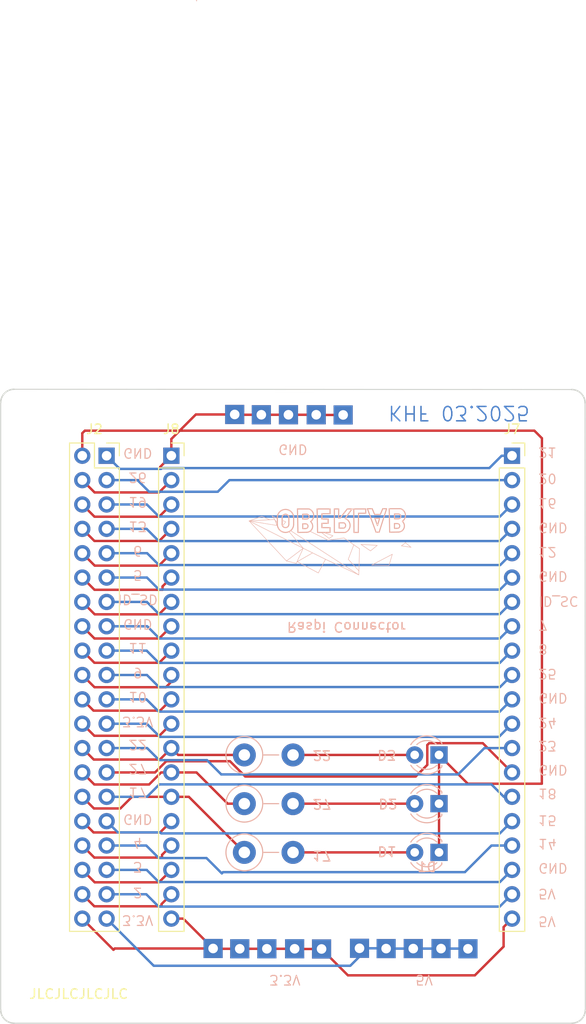
<source format=kicad_pcb>
(kicad_pcb (version 20221018) (generator pcbnew)
  (layers (0 "F.Cu" signal) (31 "B.Cu" signal) (34 "B.Paste" user) (35 "F.Paste" user) (36 "B.SilkS" user "B.Silkscreen") (37 "F.SilkS" user "F.Silkscreen") (38 "B.Mask" user) (39 "F.Mask" user) (44 "Edge.Cuts" user))
  (net 0 "")
  (net 1 "Net-(J2-Pin_1)")
  (net 2 "Net-(J2-Pin_3)")
  (net 3 "Net-(J2-Pin_5)")
  (net 4 "Net-(J2-Pin_7)")
  (net 5 "Net-(J2-Pin_9)")
  (net 6 "Net-(J2-Pin_11)")
  (net 7 "Net-(J2-Pin_13)")
  (net 8 "Net-(J2-Pin_15)")
  (net 9 "Net-(J2-Pin_17)")
  (net 10 "Net-(J2-Pin_19)")
  (net 11 "Net-(J2-Pin_21)")
  (net 12 "Net-(J2-Pin_23)")
  (net 13 "Net-(J2-Pin_25)")
  (net 14 "Net-(J2-Pin_27)")
  (net 15 "Net-(J2-Pin_29)")
  (net 16 "Net-(J2-Pin_31)")
  (net 17 "Net-(J2-Pin_33)")
  (net 18 "Net-(J2-Pin_35)")
  (net 19 "Net-(J2-Pin_37)")
  (net 20 "Net-(J2-Pin_4)")
  (net 21 "Net-(J2-Pin_6)")
  (net 22 "Net-(J2-Pin_8)")
  (net 23 "Net-(J2-Pin_10)")
  (net 24 "Net-(J2-Pin_12)")
  (net 25 "Net-(J2-Pin_14)")
  (net 26 "Net-(J2-Pin_16)")
  (net 27 "Net-(J2-Pin_18)")
  (net 28 "Net-(J2-Pin_20)")
  (net 29 "Net-(J2-Pin_22)")
  (net 30 "Net-(J2-Pin_24)")
  (net 31 "Net-(J2-Pin_26)")
  (net 32 "Net-(J2-Pin_28)")
  (net 33 "Net-(J2-Pin_30)")
  (net 34 "Net-(J2-Pin_32)")
  (net 35 "Net-(J2-Pin_34)")
  (net 36 "Net-(J2-Pin_36)")
  (net 37 "Net-(J2-Pin_38)")
  (net 38 "Net-(J2-Pin_40)")
  (net 39 "Net-(J2-Pin_39)")
  (net 40 "Net-(D1-K)")
  (net 41 "Net-(D1-A)")
  (net 42 "Net-(D2-A)")
  (net 43 "Net-(D3-A)")
  (footprint "Connector_PinSocket_2.54mm:PinSocket_1x20_P2.54mm_Vertical" (layer "F.Cu") (at 132.842 78.279)
    (fp_text reference "J8" (at 0 -2.77) (layer "F.SilkS"))
    (fp_text value "Conn_01x20" hide)
    (pad "1" thru_hole rect (at 0 0) (size 1.7 1.7) (drill 1) (layers "*.Cu" "*.Mask") (net 40 "Net-(D1-K)"))
    (pad "2" thru_hole oval (at 0 2.54) (size 1.7 1.7) (drill 1) (layers "*.Cu" "*.Mask") (net 20 "Net-(J2-Pin_4)"))
    (pad "3" thru_hole oval (at 0 5.08) (size 1.7 1.7) (drill 1) (layers "*.Cu" "*.Mask") (net 21 "Net-(J2-Pin_6)"))
    (pad "4" thru_hole oval (at 0 7.62) (size 1.7 1.7) (drill 1) (layers "*.Cu" "*.Mask") (net 22 "Net-(J2-Pin_8)"))
    (pad "5" thru_hole oval (at 0 10.16) (size 1.7 1.7) (drill 1) (layers "*.Cu" "*.Mask") (net 23 "Net-(J2-Pin_10)"))
    (pad "6" thru_hole oval (at 0 12.7) (size 1.7 1.7) (drill 1) (layers "*.Cu" "*.Mask") (net 24 "Net-(J2-Pin_12)"))
    (pad "7" thru_hole oval (at 0 15.24) (size 1.7 1.7) (drill 1) (layers "*.Cu" "*.Mask") (net 25 "Net-(J2-Pin_14)"))
    (pad "8" thru_hole oval (at 0 17.78) (size 1.7 1.7) (drill 1) (layers "*.Cu" "*.Mask") (net 26 "Net-(J2-Pin_16)"))
    (pad "9" thru_hole oval (at 0 20.32) (size 1.7 1.7) (drill 1) (layers "*.Cu" "*.Mask") (net 27 "Net-(J2-Pin_18)"))
    (pad "10" thru_hole oval (at 0 22.86) (size 1.7 1.7) (drill 1) (layers "*.Cu" "*.Mask") (net 28 "Net-(J2-Pin_20)"))
    (pad "11" thru_hole oval (at 0 25.4) (size 1.7 1.7) (drill 1) (layers "*.Cu" "*.Mask") (net 29 "Net-(J2-Pin_22)"))
    (pad "12" thru_hole oval (at 0 27.94) (size 1.7 1.7) (drill 1) (layers "*.Cu" "*.Mask") (net 30 "Net-(J2-Pin_24)"))
    (pad "13" thru_hole oval (at 0 30.48) (size 1.7 1.7) (drill 1) (layers "*.Cu" "*.Mask") (net 31 "Net-(J2-Pin_26)"))
    (pad "14" thru_hole oval (at 0 33.02) (size 1.7 1.7) (drill 1) (layers "*.Cu" "*.Mask") (net 32 "Net-(J2-Pin_28)"))
    (pad "15" thru_hole oval (at 0 35.56) (size 1.7 1.7) (drill 1) (layers "*.Cu" "*.Mask") (net 33 "Net-(J2-Pin_30)"))
    (pad "16" thru_hole oval (at 0 38.1) (size 1.7 1.7) (drill 1) (layers "*.Cu" "*.Mask") (net 34 "Net-(J2-Pin_32)"))
    (pad "17" thru_hole oval (at 0 40.64) (size 1.7 1.7) (drill 1) (layers "*.Cu" "*.Mask") (net 35 "Net-(J2-Pin_34)"))
    (pad "18" thru_hole oval (at 0 43.18) (size 1.7 1.7) (drill 1) (layers "*.Cu" "*.Mask") (net 36 "Net-(J2-Pin_36)"))
    (pad "19" thru_hole oval (at 0 45.72) (size 1.7 1.7) (drill 1) (layers "*.Cu" "*.Mask") (net 37 "Net-(J2-Pin_38)"))
    (pad "20" thru_hole oval (at 0 48.26) (size 1.7 1.7) (drill 1) (layers "*.Cu" "*.Mask") (net 39 "Net-(J2-Pin_39)"))
  )
  (footprint "Connector_PinSocket_2.54mm:PinSocket_2x20_P2.54mm_Vertical" (layer "F.Cu") (at 126.087 78.279)
    (fp_text reference "J2" (at -1.27 -2.77) (layer "F.SilkS"))
    (fp_text value "Conn_02x20_Odd_Even_Shielded")
    (pad "1" thru_hole rect (at 0 0) (size 1.7 1.7) (drill 1) (layers "*.Cu" "*.Mask") (net 1 "Net-(J2-Pin_1)"))
    (pad "2" thru_hole oval (at -2.54 0) (size 1.7 1.7) (drill 1) (layers "*.Cu" "*.Mask") (net 40 "Net-(D1-K)"))
    (pad "3" thru_hole oval (at 0 2.54) (size 1.7 1.7) (drill 1) (layers "*.Cu" "*.Mask") (net 2 "Net-(J2-Pin_3)"))
    (pad "4" thru_hole oval (at -2.54 2.54) (size 1.7 1.7) (drill 1) (layers "*.Cu" "*.Mask") (net 20 "Net-(J2-Pin_4)"))
    (pad "5" thru_hole oval (at 0 5.08) (size 1.7 1.7) (drill 1) (layers "*.Cu" "*.Mask") (net 3 "Net-(J2-Pin_5)"))
    (pad "6" thru_hole oval (at -2.54 5.08) (size 1.7 1.7) (drill 1) (layers "*.Cu" "*.Mask") (net 21 "Net-(J2-Pin_6)"))
    (pad "7" thru_hole oval (at 0 7.62) (size 1.7 1.7) (drill 1) (layers "*.Cu" "*.Mask") (net 4 "Net-(J2-Pin_7)"))
    (pad "8" thru_hole oval (at -2.54 7.62) (size 1.7 1.7) (drill 1) (layers "*.Cu" "*.Mask") (net 22 "Net-(J2-Pin_8)"))
    (pad "9" thru_hole oval (at 0 10.16) (size 1.7 1.7) (drill 1) (layers "*.Cu" "*.Mask") (net 5 "Net-(J2-Pin_9)"))
    (pad "10" thru_hole oval (at -2.54 10.16) (size 1.7 1.7) (drill 1) (layers "*.Cu" "*.Mask") (net 23 "Net-(J2-Pin_10)"))
    (pad "11" thru_hole oval (at 0 12.7) (size 1.7 1.7) (drill 1) (layers "*.Cu" "*.Mask") (net 6 "Net-(J2-Pin_11)"))
    (pad "12" thru_hole oval (at -2.54 12.7) (size 1.7 1.7) (drill 1) (layers "*.Cu" "*.Mask") (net 24 "Net-(J2-Pin_12)"))
    (pad "13" thru_hole oval (at 0 15.24) (size 1.7 1.7) (drill 1) (layers "*.Cu" "*.Mask") (net 7 "Net-(J2-Pin_13)"))
    (pad "14" thru_hole oval (at -2.54 15.24) (size 1.7 1.7) (drill 1) (layers "*.Cu" "*.Mask") (net 25 "Net-(J2-Pin_14)"))
    (pad "15" thru_hole oval (at 0 17.78) (size 1.7 1.7) (drill 1) (layers "*.Cu" "*.Mask") (net 8 "Net-(J2-Pin_15)"))
    (pad "16" thru_hole oval (at -2.54 17.78) (size 1.7 1.7) (drill 1) (layers "*.Cu" "*.Mask") (net 26 "Net-(J2-Pin_16)"))
    (pad "17" thru_hole oval (at 0 20.32) (size 1.7 1.7) (drill 1) (layers "*.Cu" "*.Mask") (net 9 "Net-(J2-Pin_17)"))
    (pad "18" thru_hole oval (at -2.54 20.32) (size 1.7 1.7) (drill 1) (layers "*.Cu" "*.Mask") (net 27 "Net-(J2-Pin_18)"))
    (pad "19" thru_hole oval (at 0 22.86) (size 1.7 1.7) (drill 1) (layers "*.Cu" "*.Mask") (net 10 "Net-(J2-Pin_19)"))
    (pad "20" thru_hole oval (at -2.54 22.86) (size 1.7 1.7) (drill 1) (layers "*.Cu" "*.Mask") (net 28 "Net-(J2-Pin_20)"))
    (pad "21" thru_hole oval (at 0 25.4) (size 1.7 1.7) (drill 1) (layers "*.Cu" "*.Mask") (net 11 "Net-(J2-Pin_21)"))
    (pad "22" thru_hole oval (at -2.54 25.4) (size 1.7 1.7) (drill 1) (layers "*.Cu" "*.Mask") (net 29 "Net-(J2-Pin_22)"))
    (pad "23" thru_hole oval (at 0 27.94) (size 1.7 1.7) (drill 1) (layers "*.Cu" "*.Mask") (net 12 "Net-(J2-Pin_23)"))
    (pad "24" thru_hole oval (at -2.54 27.94) (size 1.7 1.7) (drill 1) (layers "*.Cu" "*.Mask") (net 30 "Net-(J2-Pin_24)"))
    (pad "25" thru_hole oval (at 0 30.48) (size 1.7 1.7) (drill 1) (layers "*.Cu" "*.Mask") (net 13 "Net-(J2-Pin_25)"))
    (pad "26" thru_hole oval (at -2.54 30.48) (size 1.7 1.7) (drill 1) (layers "*.Cu" "*.Mask") (net 31 "Net-(J2-Pin_26)"))
    (pad "27" thru_hole oval (at 0 33.02) (size 1.7 1.7) (drill 1) (layers "*.Cu" "*.Mask") (net 14 "Net-(J2-Pin_27)"))
    (pad "28" thru_hole oval (at -2.54 33.02) (size 1.7 1.7) (drill 1) (layers "*.Cu" "*.Mask") (net 32 "Net-(J2-Pin_28)"))
    (pad "29" thru_hole oval (at 0 35.56) (size 1.7 1.7) (drill 1) (layers "*.Cu" "*.Mask") (net 15 "Net-(J2-Pin_29)"))
    (pad "30" thru_hole oval (at -2.54 35.56) (size 1.7 1.7) (drill 1) (layers "*.Cu" "*.Mask") (net 33 "Net-(J2-Pin_30)"))
    (pad "31" thru_hole oval (at 0 38.1) (size 1.7 1.7) (drill 1) (layers "*.Cu" "*.Mask") (net 16 "Net-(J2-Pin_31)"))
    (pad "32" thru_hole oval (at -2.54 38.1) (size 1.7 1.7) (drill 1) (layers "*.Cu" "*.Mask") (net 34 "Net-(J2-Pin_32)"))
    (pad "33" thru_hole oval (at 0 40.64) (size 1.7 1.7) (drill 1) (layers "*.Cu" "*.Mask") (net 17 "Net-(J2-Pin_33)"))
    (pad "34" thru_hole oval (at -2.54 40.64) (size 1.7 1.7) (drill 1) (layers "*.Cu" "*.Mask") (net 35 "Net-(J2-Pin_34)"))
    (pad "35" thru_hole oval (at 0 43.18) (size 1.7 1.7) (drill 1) (layers "*.Cu" "*.Mask") (net 18 "Net-(J2-Pin_35)"))
    (pad "36" thru_hole oval (at -2.54 43.18) (size 1.7 1.7) (drill 1) (layers "*.Cu" "*.Mask") (net 36 "Net-(J2-Pin_36)"))
    (pad "37" thru_hole oval (at 0 45.72) (size 1.7 1.7) (drill 1) (layers "*.Cu" "*.Mask") (net 19 "Net-(J2-Pin_37)"))
    (pad "38" thru_hole oval (at -2.54 45.72) (size 1.7 1.7) (drill 1) (layers "*.Cu" "*.Mask") (net 37 "Net-(J2-Pin_38)"))
    (pad "39" thru_hole oval (at -2.54 48.26) (size 1.7 1.7) (drill 1) (layers "*.Cu" "*.Mask") (net 39 "Net-(J2-Pin_39)"))
    (pad "40" thru_hole oval (at 0 48.26) (size 1.7 1.7) (drill 1) (layers "*.Cu" "*.Mask") (net 38 "Net-(J2-Pin_40)"))
  )
  (footprint "!Goody:LP" (layer "F.Cu") (at 155.262 129.664)
    (fp_text reference "LP" hide)
    (fp_text value "LP")
    (pad "1" thru_hole rect (at 0 0) (size 2 2) (drill 1) (layers "*.Cu" "*.Mask") (net 38 "Net-(J2-Pin_40)"))
  )
  (footprint "!Goody:LP" (layer "F.Cu") (at 139.982 129.684)
    (fp_text reference "LP" hide)
    (fp_text value "LP")
    (pad "1" thru_hole rect (at 0 0) (size 2 2) (drill 1) (layers "*.Cu" "*.Mask") (net 39 "Net-(J2-Pin_39)"))
  )
  (footprint "!Goody:LP" (layer "F.Cu") (at 163.802 129.684)
    (fp_text reference "LP" hide)
    (fp_text value "LP")
    (pad "1" thru_hole rect (at 0 0) (size 2 2) (drill 1) (layers "*.Cu" "*.Mask") (net 38 "Net-(J2-Pin_40)"))
  )
  (footprint "!Goody:LP" (layer "F.Cu") (at 139.4545 73.974)
    (fp_text reference "LP" hide)
    (fp_text value "LP" hide)
    (pad "1" thru_hole rect (at 0 0) (size 2 2) (drill 1) (layers "*.Cu" "*.Mask") (net 40 "Net-(D1-K)"))
  )
  (footprint "!Goody:ob-logo_B.SilkS" (layer "F.Cu") (at 144.082 69.874 180)
    (fp_text reference "G***" hide)
    (fp_text value "LOGO" hide)
  )
  (footprint "!Goody:LP" (layer "F.Cu") (at 147.9645 74.004)
    (fp_text reference "LP" hide)
    (fp_text value "LP" hide)
    (pad "1" thru_hole rect (at 0 0) (size 2 2) (drill 1) (layers "*.Cu" "*.Mask") (net 40 "Net-(D1-K)"))
  )
  (footprint "!Goody:LP" (layer "F.Cu") (at 150.7745 74.024)
    (fp_text reference "LP" hide)
    (fp_text value "LP" hide)
    (pad "1" thru_hole rect (at 0 0) (size 2 2) (drill 1) (layers "*.Cu" "*.Mask") (net 40 "Net-(D1-K)"))
  )
  (footprint "!Goody:LP" (layer "F.Cu") (at 145.712 129.684)
    (fp_text reference "LP" hide)
    (fp_text value "LP")
    (pad "1" thru_hole rect (at 0 0) (size 2 2) (drill 1) (layers "*.Cu" "*.Mask") (net 39 "Net-(J2-Pin_39)"))
  )
  (footprint "!Goody:LP" (layer "F.Cu") (at 148.522 129.704)
    (fp_text reference "LP" hide)
    (fp_text value "LP")
    (pad "1" thru_hole rect (at 0 0) (size 2 2) (drill 1) (layers "*.Cu" "*.Mask") (net 39 "Net-(J2-Pin_39)"))
  )
  (footprint "!Goody:LP" (layer "F.Cu") (at 142.2345 74.004)
    (fp_text reference "LP" hide)
    (fp_text value "LP" hide)
    (pad "1" thru_hole rect (at 0 0) (size 2 2) (drill 1) (layers "*.Cu" "*.Mask") (net 40 "Net-(D1-K)"))
  )
  (footprint "!Goody:LP" (layer "F.Cu") (at 142.812 129.684)
    (fp_text reference "LP" hide)
    (fp_text value "LP")
    (pad "1" thru_hole rect (at 0 0) (size 2 2) (drill 1) (layers "*.Cu" "*.Mask") (net 39 "Net-(J2-Pin_39)"))
  )
  (footprint "!Goody:LP" (layer "F.Cu") (at 160.992 129.664)
    (fp_text reference "LP" hide)
    (fp_text value "LP")
    (pad "1" thru_hole rect (at 0 0) (size 2 2) (drill 1) (layers "*.Cu" "*.Mask") (net 38 "Net-(J2-Pin_40)"))
  )
  (footprint "!Goody:LP" (layer "F.Cu") (at 137.202 129.654)
    (fp_text reference "LP" hide)
    (fp_text value "LP")
    (pad "1" thru_hole rect (at 0 0) (size 2 2) (drill 1) (layers "*.Cu" "*.Mask") (net 39 "Net-(J2-Pin_39)"))
  )
  (footprint "!Goody:LP" (layer "F.Cu") (at 158.092 129.664)
    (fp_text reference "LP" hide)
    (fp_text value "LP")
    (pad "1" thru_hole rect (at 0 0) (size 2 2) (drill 1) (layers "*.Cu" "*.Mask") (net 38 "Net-(J2-Pin_40)"))
  )
  (footprint "!Goody:LP" (layer "F.Cu") (at 145.0645 74.004)
    (fp_text reference "LP" hide)
    (fp_text value "LP" hide)
    (pad "1" thru_hole rect (at 0 0) (size 2 2) (drill 1) (layers "*.Cu" "*.Mask") (net 40 "Net-(D1-K)"))
  )
  (footprint "Connector_PinSocket_2.54mm:PinSocket_1x20_P2.54mm_Vertical" (layer "F.Cu") (at 168.402 78.279)
    (fp_text reference "J7" (at 0 -2.77) (layer "F.SilkS"))
    (fp_text value "Conn_01x20")
    (pad "1" thru_hole rect (at 0 0) (size 1.7 1.7) (drill 1) (layers "*.Cu" "*.Mask") (net 1 "Net-(J2-Pin_1)"))
    (pad "2" thru_hole oval (at 0 2.54) (size 1.7 1.7) (drill 1) (layers "*.Cu" "*.Mask") (net 2 "Net-(J2-Pin_3)"))
    (pad "3" thru_hole oval (at 0 5.08) (size 1.7 1.7) (drill 1) (layers "*.Cu" "*.Mask") (net 3 "Net-(J2-Pin_5)"))
    (pad "4" thru_hole oval (at 0 7.62) (size 1.7 1.7) (drill 1) (layers "*.Cu" "*.Mask") (net 4 "Net-(J2-Pin_7)"))
    (pad "5" thru_hole oval (at 0 10.16) (size 1.7 1.7) (drill 1) (layers "*.Cu" "*.Mask") (net 5 "Net-(J2-Pin_9)"))
    (pad "6" thru_hole oval (at 0 12.7) (size 1.7 1.7) (drill 1) (layers "*.Cu" "*.Mask") (net 6 "Net-(J2-Pin_11)"))
    (pad "7" thru_hole oval (at 0 15.24) (size 1.7 1.7) (drill 1) (layers "*.Cu" "*.Mask") (net 7 "Net-(J2-Pin_13)"))
    (pad "8" thru_hole oval (at 0 17.78) (size 1.7 1.7) (drill 1) (layers "*.Cu" "*.Mask") (net 8 "Net-(J2-Pin_15)"))
    (pad "9" thru_hole oval (at 0 20.32) (size 1.7 1.7) (drill 1) (layers "*.Cu" "*.Mask") (net 9 "Net-(J2-Pin_17)"))
    (pad "10" thru_hole oval (at 0 22.86) (size 1.7 1.7) (drill 1) (layers "*.Cu" "*.Mask") (net 10 "Net-(J2-Pin_19)"))
    (pad "11" thru_hole oval (at 0 25.4) (size 1.7 1.7) (drill 1) (layers "*.Cu" "*.Mask") (net 11 "Net-(J2-Pin_21)"))
    (pad "12" thru_hole oval (at 0 27.94) (size 1.7 1.7) (drill 1) (layers "*.Cu" "*.Mask") (net 12 "Net-(J2-Pin_23)"))
    (pad "13" thru_hole oval (at 0 30.48) (size 1.7 1.7) (drill 1) (layers "*.Cu" "*.Mask") (net 13 "Net-(J2-Pin_25)"))
    (pad "14" thru_hole oval (at 0 33.02) (size 1.7 1.7) (drill 1) (layers "*.Cu" "*.Mask") (net 14 "Net-(J2-Pin_27)"))
    (pad "15" thru_hole oval (at 0 35.56) (size 1.7 1.7) (drill 1) (layers "*.Cu" "*.Mask") (net 15 "Net-(J2-Pin_29)"))
    (pad "16" thru_hole oval (at 0 38.1) (size 1.7 1.7) (drill 1) (layers "*.Cu" "*.Mask") (net 16 "Net-(J2-Pin_31)"))
    (pad "17" thru_hole oval (at 0 40.64) (size 1.7 1.7) (drill 1) (layers "*.Cu" "*.Mask") (net 17 "Net-(J2-Pin_33)"))
    (pad "18" thru_hole oval (at 0 43.18) (size 1.7 1.7) (drill 1) (layers "*.Cu" "*.Mask") (net 18 "Net-(J2-Pin_35)"))
    (pad "19" thru_hole oval (at 0 45.72) (size 1.7 1.7) (drill 1) (layers "*.Cu" "*.Mask") (net 19 "Net-(J2-Pin_37)"))
    (pad "20" thru_hole oval (at 0 48.26) (size 1.7 1.7) (drill 1) (layers "*.Cu" "*.Mask") (net 39 "Net-(J2-Pin_39)"))
  )
  (footprint "!Goody:LP" (layer "F.Cu") (at 152.482 129.634)
    (fp_text reference "LP" hide)
    (fp_text value "LP")
    (pad "1" thru_hole rect (at 0 0) (size 2 2) (drill 1) (layers "*.Cu" "*.Mask") (net 38 "Net-(J2-Pin_40)"))
  )
  (footprint "!Goody:LED_D3.0mm" (layer "B.Cu") (at 160.782 114.554 180)
    (fp_text reference "D2" hide)
    (fp_text value "LED")
    (pad "1" thru_hole rect (at 0 0 180) (size 1.8 1.8) (drill 0.9) (layers "*.Cu" "*.Mask") (net 40 "Net-(D1-K)"))
    (pad "2" thru_hole circle (at 2.54 0 180) (size 1.8 1.8) (drill 0.9) (layers "*.Cu" "*.Mask") (net 42 "Net-(D2-A)"))
  )
  (footprint "Resistor_THT:R_Axial_DIN0411_L9.9mm_D3.6mm_P5.08mm_Vertical" (layer "B.Cu") (at 140.462 114.554)
    (fp_text reference "17" (at 8.1 5.43 180 unlocked) (layer "B.SilkS") (effects (justify mirror)))
    (fp_text value "R")
    (pad "1" thru_hole circle (at 0 0) (size 2.4 2.4) (drill 1.2) (layers "*.Cu" "*.Mask") (net 32 "Net-(J2-Pin_28)"))
    (pad "2" thru_hole oval (at 5.08 0) (size 2.4 2.4) (drill 1.2) (layers "*.Cu" "*.Mask") (net 42 "Net-(D2-A)"))
  )
  (footprint "Resistor_THT:R_Axial_DIN0411_L9.9mm_D3.6mm_P5.08mm_Vertical" (layer "B.Cu") (at 140.462 109.474)
    (fp_text reference "22" (at 8.1 0.03 180 unlocked) (layer "B.SilkS") (effects (justify mirror)))
    (fp_text value "R")
    (pad "1" thru_hole circle (at 0 0) (size 2.4 2.4) (drill 1.2) (layers "*.Cu" "*.Mask") (net 31 "Net-(J2-Pin_26)"))
    (pad "2" thru_hole oval (at 5.08 0) (size 2.4 2.4) (drill 1.2) (layers "*.Cu" "*.Mask") (net 41 "Net-(D1-A)"))
  )
  (footprint "!Goody:LED_D3.0mm" (layer "B.Cu") (at 160.782 109.474 180)
    (fp_text reference "D1" (at 1.27 -11.705) (layer "B.SilkS") (effects (justify mirror)))
    (fp_text value "LED")
    (pad "1" thru_hole rect (at 0 0 180) (size 1.8 1.8) (drill 0.9) (layers "*.Cu" "*.Mask") (net 40 "Net-(D1-K)"))
    (pad "2" thru_hole circle (at 2.54 0 180) (size 1.8 1.8) (drill 0.9) (layers "*.Cu" "*.Mask") (net 41 "Net-(D1-A)"))
  )
  (footprint "Resistor_THT:R_Axial_DIN0411_L9.9mm_D3.6mm_P5.08mm_Vertical" (layer "B.Cu") (at 140.462 119.634)
    (fp_text reference "27" (at 8.1 -5.05 180 unlocked) (layer "B.SilkS") (effects (justify mirror)))
    (fp_text value "R")
    (pad "1" thru_hole circle (at 0 0) (size 2.4 2.4) (drill 1.2) (layers "*.Cu" "*.Mask") (net 33 "Net-(J2-Pin_30)"))
    (pad "2" thru_hole oval (at 5.08 0) (size 2.4 2.4) (drill 1.2) (layers "*.Cu" "*.Mask") (net 43 "Net-(D3-A)"))
  )
  (footprint "!Goody:LED_D3.0mm" (layer "B.Cu") (at 160.782 119.634 180)
    (fp_text reference "D3" hide)
    (fp_text value "LED")
    (pad "1" thru_hole rect (at 0 0 180) (size 1.8 1.8) (drill 0.9) (layers "*.Cu" "*.Mask") (net 40 "Net-(D1-K)"))
    (pad "2" thru_hole circle (at 2.54 0 180) (size 1.8 1.8) (drill 0.9) (layers "*.Cu" "*.Mask") (net 43 "Net-(D3-A)"))
  )
  (gr_line (start 115.033828 136.045172) (end 115.033828 72.742828) (stroke (width 0.1)) (layer "Edge.Cuts"))
  (gr_line (start 174.653172 137.442172) (end 116.430828 137.442172) (stroke (width 0.1)) (layer "Edge.Cuts"))
  (gr_arc (start 115.033828 72.742828) (mid 115.443 71.755) (end 116.430828 71.345828) (stroke (width 0.15)) (layer "Edge.Cuts"))
  (gr_arc (start 116.430828 137.442172) (mid 115.443 137.033) (end 115.033828 136.045172) (stroke (width 0.15)) (layer "Edge.Cuts"))
  (gr_line (start 176.022 72.771) (end 176.050172 136.045172) (stroke (width 0.1)) (layer "Edge.Cuts"))
  (gr_arc (start 176.050172 136.045172) (mid 175.641 137.033) (end 174.653172 137.442172) (stroke (width 0.15)) (layer "Edge.Cuts"))
  (gr_line (start 116.430828 71.345828) (end 174.625 71.374) (stroke (width 0.1)) (layer "Edge.Cuts"))
  (gr_arc (start 174.625 71.374) (mid 175.612828 71.783172) (end 176.022 72.771) (stroke (width 0.15)) (layer "Edge.Cuts"))
  (gr_text "KHF 03.2025" (at 155.372 72.944 180) (layer "B.Cu") (effects (font (size 1.5 1.5)) (justify left bottom mirror)))
  (gr_text "13" (at 128.301666 85.06 180) (layer "B.SilkS") (effects (font (size 1 1) (thickness 0.125)) (justify left bottom mirror)))
  (gr_text "GND" (at 171.069 120.673 180) (layer "B.SilkS") (effects (font (size 1 1) (thickness 0.125)) (justify left bottom mirror)))
  (gr_text "9" (at 128.777857 100.31 180) (layer "B.SilkS") (effects (font (size 1 1) (thickness 0.125)) (justify left bottom mirror)))
  (gr_text "18" (at 171.069 112.913 180) (layer "B.SilkS") (effects (font (size 1 1) (thickness 0.125)) (justify left bottom mirror)))
  (gr_text "15" (at 171.069 115.703 180) (layer "B.SilkS") (effects (font (size 1 1) (thickness 0.125)) (justify left bottom mirror)))
  (gr_text "3.3V" (at 127.635 105.41 180) (layer "B.SilkS") (effects (font (size 1 1) (thickness 0.125)) (justify left bottom mirror)))
  (gr_text "19" (at 128.301666 82.51 180) (layer "B.SilkS") (effects (font (size 1 1) (thickness 0.125)) (justify left bottom mirror)))
  (gr_text "4" (at 128.777857 118.04 180) (layer "B.SilkS") (effects (font (size 1 1) (thickness 0.125)) (justify left bottom mirror)))
  (gr_text "12" (at 171.069 87.723 180) (layer "B.SilkS") (effects (font (size 1 1) (thickness 0.125)) (justify left bottom mirror)))
  (gr_text "GND" (at 143.922 77.024 180) (layer "B.SilkS") (effects (font (size 1 1) (thickness 0.125)) (justify left bottom mirror)))
  (gr_text "3.3V" (at 127.635 126.12 180) (layer "B.SilkS") (effects (font (size 1 1) (thickness 0.125)) (justify left bottom mirror)))
  (gr_text "5" (at 128.777857 90.13 180) (layer "B.SilkS") (effects (font (size 1 1) (thickness 0.125)) (justify left bottom mirror)))
  (gr_text "D1" (at 155.352 119.524 180) (layer "B.SilkS") (effects (font (size 1 1)) (justify mirror)))
  (gr_text "3.3V" (at 143.002 132.334 180) (layer "B.SilkS") (effects (font (size 1 1) (thickness 0.125)) (justify left bottom mirror)))
  (gr_text "GND" (at 127.730238 77.41 180) (layer "B.SilkS") (effects (font (size 1 1) (thickness 0.125)) (justify left bottom mirror)))
  (gr_text "ID_SD" (at 127.158809 92.68 180) (layer "B.SilkS") (effects (font (size 1 1) (thickness 0.125)) (justify left bottom mirror)))
  (gr_text "14" (at 171.069 118.153 180) (layer "B.SilkS") (effects (font (size 1 1) (thickness 0.125)) (justify left bottom mirror)))
  (gr_text "22" (at 128.301666 107.82 180) (layer "B.SilkS") (effects (font (size 1 1) (thickness 0.125)) (justify left bottom mirror)))
  (gr_text "GND" (at 171.069 110.443 180) (layer "B.SilkS") (effects (font (size 1 1) (thickness 0.125)) (justify left bottom mirror)))
  (gr_text "5V" (at 171.069 123.353 180) (layer "B.SilkS") (effects (font (size 1 1) (thickness 0.125)) (justify left bottom mirror)))
  (gr_text "26" (at 128.301666 79.95 180) (layer "B.SilkS") (effects (font (size 1 1) (thickness 0.125)) (justify left bottom mirror)))
  (gr_text "D2" (at 155.448 114.554 180) (layer "B.SilkS") (effects (font (size 1 1)) (justify mirror)))
  (gr_text "6" (at 128.777857 87.61 180) (layer "B.SilkS") (effects (font (size 1 1) (thickness 0.125)) (justify left bottom mirror)))
  (gr_text "GND" (at 171.069 102.943 180) (layer "B.SilkS") (effects (font (size 1 1) (thickness 0.125)) (justify left bottom mirror)))
  (gr_text "ID_SC" (at 171.069 92.853 180) (layer "B.SilkS") (effects (font (size 1 1) (thickness 0.125)) (justify left bottom mirror)))
  (gr_text "GND" (at 127.730238 95.23 180) (layer "B.SilkS") (effects (font (size 1 1) (thickness 0.125)) (justify left bottom mirror)))
  (gr_text "2" (at 128.777857 123.24 180) (layer "B.SilkS") (effects (font (size 1 1) (thickness 0.125)) (justify left bottom mirror)))
  (gr_text "7" (at 171.069 95.343 180) (layer "B.SilkS") (effects (font (size 1 1) (thickness 0.125)) (justify left bottom mirror)))
  (gr_text "8" (at 171.069 97.843 180) (layer "B.SilkS") (effects (font (size 1 1) (thickness 0.125)) (justify left bottom mirror)))
  (gr_text "21" (at 171.069 77.343 180) (layer "B.SilkS") (effects (font (size 1 1) (thickness 0.125)) (justify left bottom mirror)))
  (gr_text "23" (at 171.069 107.933 180) (layer "B.SilkS") (effects (font (size 1 1) (thickness 0.125)) (justify left bottom mirror)))
  (gr_text "GND" (at 127.730238 115.59 180) (layer "B.SilkS") (effects (font (size 1 1) (thickness 0.125)) (justify left bottom mirror)))
  (gr_text "D3" (at 155.321 109.474 180) (layer "B.SilkS") (effects (font (size 1 1)) (justify mirror)))
  (gr_text "17" (at 128.301666 112.8 180) (layer "B.SilkS") (effects (font (size 1 1) (thickness 0.125)) (justify left bottom mirror)))
  (gr_text "11" (at 128.301666 97.73 180) (layer "B.SilkS") (effects (font (size 1 1) (thickness 0.125)) (justify left bottom mirror)))
  (gr_text "GND" (at 171.069 85.173 180) (layer "B.SilkS") (effects (font (size 1 1) (thickness 0.125)) (justify left bottom mirror)))
  (gr_text "16" (at 171.069 82.623 180) (layer "B.SilkS") (effects (font (size 1 1) (thickness 0.125)) (justify left bottom mirror)))
  (gr_text "27" (at 128.301666 110.33 180) (layer "B.SilkS") (effects (font (size 1 1) (thickness 0.125)) (justify left bottom mirror)))
  (gr_text "25" (at 171.069 100.423 180) (layer "B.SilkS") (effects (font (size 1 1) (thickness 0.125)) (justify left bottom mirror)))
  (gr_text "24" (at 171.069 105.523 180) (layer "B.SilkS") (effects (font (size 1 1) (thickness 0.125)) (justify left bottom mirror)))
  (gr_text "10" (at 128.301666 102.83 180) (layer "B.SilkS") (effects (font (size 1 1) (thickness 0.125)) (justify left bottom mirror)))
  (gr_text "Raspi Connector" (at 144.822 95.544 180) (layer "B.SilkS") (effects (font (size 1 1)) (justify left bottom mirror)))
  (gr_text "5V" (at 171.069 126.233 180) (layer "B.SilkS") (effects (font (size 1 1) (thickness 0.125)) (justify left bottom mirror)))
  (gr_text "5V" (at 158.242 132.334 180) (layer "B.SilkS") (effects (font (size 1 1) (thickness 0.125)) (justify left bottom mirror)))
  (gr_text "20" (at 171.069 80.063 180) (layer "B.SilkS") (effects (font (size 1 1) (thickness 0.125)) (justify left bottom mirror)))
  (gr_text "GND" (at 171.069 90.243 180) (layer "B.SilkS") (effects (font (size 1 1) (thickness 0.125)) (justify left bottom mirror)))
  (gr_text "3" (at 128.777857 120.56 180) (layer "B.SilkS") (effects (font (size 1 1) (thickness 0.125)) (justify left bottom mirror)))
  (gr_text "JLCJLCJLCJLC" (at 117.932 134.984) (layer "F.SilkS") (effects (font (size 1 1)) (justify left bottom)))
  (segment (start 131.767344 79.648656) (end 131.852 79.564) (width 0.25) (layer "B.Cu") (net 1))
  (segment (start 167.317 78.279) (end 168.402 78.279) (width 0.25) (layer "B.Cu") (net 1))
  (segment (start 131.852 79.564) (end 166.032 79.564) (width 0.25) (layer "B.Cu") (net 1))
  (segment (start 126.087 78.279) (end 127.456656 79.648656) (width 0.25) (layer "B.Cu") (net 1))
  (segment (start 127.456656 79.648656) (end 131.767344 79.648656) (width 0.25) (layer "B.Cu") (net 1))
  (segment (start 166.032 79.564) (end 167.317 78.279) (width 0.25) (layer "B.Cu") (net 1))
  (segment (start 130.522 82.034) (end 137.687 82.034) (width 0.25) (layer "B.Cu") (net 2))
  (segment (start 138.902 80.819) (end 168.402 80.819) (width 0.25) (layer "B.Cu") (net 2))
  (segment (start 129.397 80.909) (end 130.522 82.034) (width 0.25) (layer "B.Cu") (net 2))
  (segment (start 126.087 80.819) (end 129.397 80.819) (width 0.25) (layer "B.Cu") (net 2))
  (segment (start 137.687 82.034) (end 138.902 80.819) (width 0.25) (layer "B.Cu") (net 2))
  (segment (start 129.397 80.819) (end 129.397 80.909) (width 0.25) (layer "B.Cu") (net 2))
  (segment (start 126.087 83.359) (end 130.287 83.359) (width 0.25) (layer "B.Cu") (net 3))
  (segment (start 167.147 84.614) (end 168.402 83.359) (width 0.25) (layer "B.Cu") (net 3))
  (segment (start 130.287 83.359) (end 131.542 84.614) (width 0.25) (layer "B.Cu") (net 3))
  (segment (start 131.542 84.614) (end 167.147 84.614) (width 0.25) (layer "B.Cu") (net 3))
  (segment (start 131.532 87.174) (end 167.127 87.174) (width 0.25) (layer "B.Cu") (net 4))
  (segment (start 126.087 85.899) (end 130.257 85.899) (width 0.25) (layer "B.Cu") (net 4))
  (segment (start 167.127 87.174) (end 168.402 85.899) (width 0.25) (layer "B.Cu") (net 4))
  (segment (start 130.257 85.899) (end 131.532 87.174) (width 0.25) (layer "B.Cu") (net 4))
  (segment (start 126.087 88.439) (end 130.317 88.439) (width 0.25) (layer "B.Cu") (net 5))
  (segment (start 167.167 89.674) (end 168.402 88.439) (width 0.25) (layer "B.Cu") (net 5))
  (segment (start 130.317 88.439) (end 131.552 89.674) (width 0.25) (layer "B.Cu") (net 5))
  (segment (start 131.552 89.674) (end 167.167 89.674) (width 0.25) (layer "B.Cu") (net 5))
  (segment (start 126.087 90.979) (end 130.297 90.979) (width 0.25) (layer "B.Cu") (net 6))
  (segment (start 131.552 92.234) (end 167.147 92.234) (width 0.25) (layer "B.Cu") (net 6))
  (segment (start 167.147 92.234) (end 168.402 90.979) (width 0.25) (layer "B.Cu") (net 6))
  (segment (start 130.297 90.979) (end 131.552 92.234) (width 0.25) (layer "B.Cu") (net 6))
  (segment (start 167.127 94.794) (end 168.402 93.519) (width 0.25) (layer "B.Cu") (net 7))
  (segment (start 126.087 93.519) (end 130.287 93.519) (width 0.25) (layer "B.Cu") (net 7))
  (segment (start 130.287 93.519) (end 131.562 94.794) (width 0.25) (layer "B.Cu") (net 7))
  (segment (start 131.562 94.794) (end 167.127 94.794) (width 0.25) (layer "B.Cu") (net 7))
  (segment (start 126.087 96.059) (end 130.327 96.059) (width 0.25) (layer "B.Cu") (net 8))
  (segment (start 130.327 96.059) (end 131.602 97.334) (width 0.25) (layer "B.Cu") (net 8))
  (segment (start 167.127 97.334) (end 168.402 96.059) (width 0.25) (layer "B.Cu") (net 8))
  (segment (start 131.602 97.334) (end 167.127 97.334) (width 0.25) (layer "B.Cu") (net 8))
  (segment (start 126.087 98.599) (end 130.267 98.599) (width 0.25) (layer "B.Cu") (net 9))
  (segment (start 131.542 99.874) (end 167.127 99.874) (width 0.25) (layer "B.Cu") (net 9))
  (segment (start 167.127 99.874) (end 168.402 98.599) (width 0.25) (layer "B.Cu") (net 9))
  (segment (start 130.267 98.599) (end 131.542 99.874) (width 0.25) (layer "B.Cu") (net 9))
  (segment (start 131.552 102.394) (end 167.147 102.394) (width 0.25) (layer "B.Cu") (net 10))
  (segment (start 167.147 102.394) (end 168.402 101.139) (width 0.25) (layer "B.Cu") (net 10))
  (segment (start 130.297 101.139) (end 131.552 102.394) (width 0.25) (layer "B.Cu") (net 10))
  (segment (start 126.087 101.139) (end 130.297 101.139) (width 0.25) (layer "B.Cu") (net 10))
  (segment (start 126.087 103.679) (end 130.247 103.679) (width 0.25) (layer "B.Cu") (net 11))
  (segment (start 131.522 104.954) (end 167.127 104.954) (width 0.25) (layer "B.Cu") (net 11))
  (segment (start 130.247 103.679) (end 131.522 104.954) (width 0.25) (layer "B.Cu") (net 11))
  (segment (start 167.127 104.954) (end 168.402 103.679) (width 0.25) (layer "B.Cu") (net 11))
  (segment (start 131.646656 107.588656) (end 167.032344 107.588656) (width 0.25) (layer "B.Cu") (net 12))
  (segment (start 126.087 106.219) (end 130.277 106.219) (width 0.25) (layer "B.Cu") (net 12))
  (segment (start 130.277 106.219) (end 131.646656 107.588656) (width 0.25) (layer "B.Cu") (net 12))
  (segment (start 167.032344 107.588656) (end 168.402 106.219) (width 0.25) (layer "B.Cu") (net 12))
  (segment (start 138.052 111.504) (end 162.772 111.504) (width 0.25) (layer "B.Cu") (net 13))
  (segment (start 126.087 108.759) (end 130.317 108.759) (width 0.25) (layer "B.Cu") (net 13))
  (segment (start 165.517 108.759) (end 168.402 108.759) (width 0.25) (layer "B.Cu") (net 13))
  (segment (start 131.572 110.014) (end 136.562 110.014) (width 0.25) (layer "B.Cu") (net 13))
  (segment (start 130.317 108.759) (end 131.572 110.014) (width 0.25) (layer "B.Cu") (net 13))
  (segment (start 136.562 110.014) (end 138.052 111.504) (width 0.25) (layer "B.Cu") (net 13))
  (segment (start 162.772 111.504) (end 165.517 108.759) (width 0.25) (layer "B.Cu") (net 13))
  (segment (start 159.557 108.43938) (end 159.74738 108.249) (width 0.25) (layer "F.Cu") (net 14))
  (segment (start 138.961791 110.128656) (end 140.557135 111.724) (width 0.25) (layer "F.Cu") (net 14))
  (segment (start 158.34162 111.724) (end 159.557 110.50862) (width 0.25) (layer "F.Cu") (net 14))
  (segment (start 165.352 108.249) (end 168.402 111.299) (width 0.25) (layer "F.Cu") (net 14))
  (segment (start 159.74738 108.249) (end 165.352 108.249) (width 0.25) (layer "F.Cu") (net 14))
  (segment (start 140.557135 111.724) (end 158.34162 111.724) (width 0.25) (layer "F.Cu") (net 14))
  (segment (start 132.310948 110.128656) (end 138.961791 110.128656) (width 0.25) (layer "F.Cu") (net 14))
  (segment (start 126.087 111.299) (end 131.140604 111.299) (width 0.25) (layer "F.Cu") (net 14))
  (segment (start 131.140604 111.299) (end 132.310948 110.128656) (width 0.25) (layer "F.Cu") (net 14))
  (segment (start 159.557 110.50862) (end 159.557 108.43938) (width 0.25) (layer "F.Cu") (net 14))
  (segment (start 131.592 112.544) (end 166.252 112.544) (width 0.25) (layer "B.Cu") (net 15))
  (segment (start 166.252 112.544) (end 167.547 113.839) (width 0.25) (layer "B.Cu") (net 15))
  (segment (start 130.297 113.839) (end 131.592 112.544) (width 0.25) (layer "B.Cu") (net 15))
  (segment (start 126.087 113.839) (end 130.297 113.839) (width 0.25) (layer "B.Cu") (net 15))
  (segment (start 167.547 113.839) (end 168.402 113.839) (width 0.25) (layer "B.Cu") (net 15))
  (segment (start 131.687344 117.549344) (end 131.792 117.654) (width 0.25) (layer "B.Cu") (net 16))
  (segment (start 131.792 117.654) (end 167.127 117.654) (width 0.25) (layer "B.Cu") (net 16))
  (segment (start 127.257344 117.549344) (end 131.687344 117.549344) (width 0.25) (layer "B.Cu") (net 16))
  (segment (start 167.127 117.654) (end 168.402 116.379) (width 0.25) (layer "B.Cu") (net 16))
  (segment (start 126.087 116.379) (end 127.257344 117.549344) (width 0.25) (layer "B.Cu") (net 16))
  (segment (start 126.087 118.919) (end 130.227 118.919) (width 0.25) (layer "B.Cu") (net 17))
  (segment (start 138.112 121.824) (end 138.242 121.694) (width 0.25) (layer "B.Cu") (net 17))
  (segment (start 163.482 121.694) (end 166.257 118.919) (width 0.25) (layer "B.Cu") (net 17))
  (segment (start 166.257 118.919) (end 168.402 118.919) (width 0.25) (layer "B.Cu") (net 17))
  (segment (start 136.512 120.224) (end 138.112 121.824) (width 0.25) (layer "B.Cu") (net 17))
  (segment (start 131.532 120.224) (end 136.512 120.224) (width 0.25) (layer "B.Cu") (net 17))
  (segment (start 130.227 118.919) (end 131.532 120.224) (width 0.25) (layer "B.Cu") (net 17))
  (segment (start 138.242 121.694) (end 163.482 121.694) (width 0.25) (layer "B.Cu") (net 17))
  (segment (start 130.277 121.459) (end 130.277 121.469) (width 0.25) (layer "B.Cu") (net 18))
  (segment (start 131.532 122.724) (end 167.137 122.724) (width 0.25) (layer "B.Cu") (net 18))
  (segment (start 167.137 122.724) (end 168.402 121.459) (width 0.25) (layer "B.Cu") (net 18))
  (segment (start 130.277 121.469) (end 131.532 122.724) (width 0.25) (layer "B.Cu") (net 18))
  (segment (start 126.087 121.459) (end 130.277 121.459) (width 0.25) (layer "B.Cu") (net 18))
  (segment (start 126.087 123.999) (end 130.227 123.999) (width 0.25) (layer "B.Cu") (net 19))
  (segment (start 130.227 123.999) (end 131.512 125.284) (width 0.25) (layer "B.Cu") (net 19))
  (segment (start 167.117 125.284) (end 168.402 123.999) (width 0.25) (layer "B.Cu") (net 19))
  (segment (start 131.512 125.284) (end 167.117 125.284) (width 0.25) (layer "B.Cu") (net 19))
  (segment (start 123.547 80.819) (end 124.832 82.104) (width 0.25) (layer "F.Cu") (net 20))
  (segment (start 131.557 82.104) (end 132.842 80.819) (width 0.25) (layer "F.Cu") (net 20))
  (segment (start 124.832 82.104) (end 131.557 82.104) (width 0.25) (layer "F.Cu") (net 20))
  (segment (start 123.547 83.359) (end 124.822 84.634) (width 0.25) (layer "F.Cu") (net 21))
  (segment (start 131.567 84.634) (end 132.842 83.359) (width 0.25) (layer "F.Cu") (net 21))
  (segment (start 124.822 84.634) (end 131.567 84.634) (width 0.25) (layer "F.Cu") (net 21))
  (segment (start 123.547 85.899) (end 124.812 87.164) (width 0.25) (layer "F.Cu") (net 22))
  (segment (start 131.577 87.164) (end 132.842 85.899) (width 0.25) (layer "F.Cu") (net 22))
  (segment (start 124.812 87.164) (end 131.577 87.164) (width 0.25) (layer "F.Cu") (net 22))
  (segment (start 131.547 89.734) (end 132.842 88.439) (width 0.25) (layer "F.Cu") (net 23))
  (segment (start 123.547 88.439) (end 124.842 89.734) (width 0.25) (layer "F.Cu") (net 23))
  (segment (start 124.842 89.734) (end 131.547 89.734) (width 0.25) (layer "F.Cu") (net 23))
  (segment (start 123.547 90.979) (end 124.822 92.254) (width 0.25) (layer "F.Cu") (net 24))
  (segment (start 124.822 92.254) (end 131.922 92.254) (width 0.25) (layer "F.Cu") (net 24))
  (segment (start 131.922 91.899) (end 132.842 90.979) (width 0.25) (layer "F.Cu") (net 24))
  (segment (start 131.922 92.254) (end 131.922 91.899) (width 0.25) (layer "F.Cu") (net 24))
  (segment (start 131.547 94.814) (end 132.842 93.519) (width 0.25) (layer "F.Cu") (net 25))
  (segment (start 124.842 94.814) (end 131.547 94.814) (width 0.25) (layer "F.Cu") (net 25))
  (segment (start 123.547 93.519) (end 124.842 94.814) (width 0.25) (layer "F.Cu") (net 25))
  (segment (start 123.547 96.059) (end 124.822 97.334) (width 0.25) (layer "F.Cu") (net 26))
  (segment (start 124.822 97.334) (end 131.567 97.334) (width 0.25) (layer "F.Cu") (net 26))
  (segment (start 131.567 97.334) (end 132.842 96.059) (width 0.25) (layer "F.Cu") (net 26))
  (segment (start 124.812 99.864) (end 131.582 99.864) (width 0.25) (layer "F.Cu") (net 27))
  (segment (start 131.582 99.859) (end 132.842 98.599) (width 0.25) (layer "F.Cu") (net 27))
  (segment (start 131.582 99.864) (end 131.582 99.859) (width 0.25) (layer "F.Cu") (net 27))
  (segment (start 123.547 98.599) (end 124.812 99.864) (width 0.25) (layer "F.Cu") (net 27))
  (segment (start 132.842 101.844) (end 132.842 101.139) (width 0.25) (layer "F.Cu") (net 28))
  (segment (start 123.547 101.139) (end 124.822 102.414) (width 0.25) (layer "F.Cu") (net 28))
  (segment (start 132.272 102.414) (end 132.842 101.844) (width 0.25) (layer "F.Cu") (net 28))
  (segment (start 124.822 102.414) (end 132.272 102.414) (width 0.25) (layer "F.Cu") (net 28))
  (segment (start 124.722 104.854) (end 131.667 104.854) (width 0.25) (layer "F.Cu") (net 29))
  (segment (start 131.667 104.854) (end 132.842 103.679) (width 0.25) (layer "F.Cu") (net 29))
  (segment (start 123.547 103.679) (end 124.722 104.854) (width 0.25) (layer "F.Cu") (net 29))
  (segment (start 123.547 106.219) (end 124.802 107.474) (width 0.25) (layer "F.Cu") (net 30))
  (segment (start 124.802 107.474) (end 131.587 107.474) (width 0.25) (layer "F.Cu") (net 30))
  (segment (start 131.587 107.474) (end 132.842 106.219) (width 0.25) (layer "F.Cu") (net 30))
  (segment (start 123.547 108.759) (end 124.742 109.954) (width 0.25) (layer "F.Cu") (net 31))
  (segment (start 131.647 109.954) (end 132.842 108.759) (width 0.25) (layer "F.Cu") (net 31))
  (segment (start 124.742 109.954) (end 131.647 109.954) (width 0.25) (layer "F.Cu") (net 31))
  (segment (start 140.462 109.474) (end 133.557 109.474) (width 0.25) (layer "F.Cu") (net 31))
  (segment (start 133.557 109.474) (end 132.842 108.759) (width 0.25) (layer "F.Cu") (net 31))
  (segment (start 131.777 111.299) (end 132.842 111.299) (width 0.25) (layer "F.Cu") (net 32))
  (segment (start 140.462 114.554) (end 138.722 114.554) (width 0.25) (layer "F.Cu") (net 32))
  (segment (start 138.722 114.554) (end 135.467 111.299) (width 0.25) (layer "F.Cu") (net 32))
  (segment (start 135.467 111.299) (end 132.842 111.299) (width 0.25) (layer "F.Cu") (net 32))
  (segment (start 130.522 112.554) (end 131.777 111.299) (width 0.25) (layer "F.Cu") (net 32))
  (segment (start 124.802 112.554) (end 130.522 112.554) (width 0.25) (layer "F.Cu") (net 32))
  (segment (start 123.547 111.299) (end 124.802 112.554) (width 0.25) (layer "F.Cu") (net 32))
  (segment (start 134.667 113.839) (end 140.462 119.634) (width 0.25) (layer "F.Cu") (net 33))
  (segment (start 127.522 115.054) (end 128.737 113.839) (width 0.25) (layer "F.Cu") (net 33))
  (segment (start 123.547 113.839) (end 124.762 115.054) (width 0.25) (layer "F.Cu") (net 33))
  (segment (start 124.762 115.054) (end 127.522 115.054) (width 0.25) (layer "F.Cu") (net 33))
  (segment (start 128.737 113.839) (end 132.842 113.839) (width 0.25) (layer "F.Cu") (net 33))
  (segment (start 132.842 113.839) (end 134.667 113.839) (width 0.25) (layer "F.Cu") (net 33))
  (segment (start 131.667 117.554) (end 132.842 116.379) (width 0.25) (layer "F.Cu") (net 34))
  (segment (start 124.722 117.554) (end 131.667 117.554) (width 0.25) (layer "F.Cu") (net 34))
  (segment (start 123.547 116.379) (end 124.722 117.554) (width 0.25) (layer "F.Cu") (net 34))
  (segment (start 124.822 120.174) (end 131.872 120.174) (width 0.25) (layer "F.Cu") (net 35))
  (segment (start 131.872 119.889) (end 132.842 118.919) (width 0.25) (layer "F.Cu") (net 35))
  (segment (start 124.812 120.184) (end 124.822 120.174) (width 0.25) (layer "F.Cu") (net 35))
  (segment (start 123.547 118.919) (end 124.812 120.184) (width 0.25) (layer "F.Cu") (net 35))
  (segment (start 131.872 120.174) (end 131.872 119.889) (width 0.25) (layer "F.Cu") (net 35))
  (segment (start 124.842 122.754) (end 131.547 122.754) (width 0.25) (layer "F.Cu") (net 36))
  (segment (start 123.547 121.459) (end 124.842 122.754) (width 0.25) (layer "F.Cu") (net 36))
  (segment (start 131.547 122.754) (end 132.842 121.459) (width 0.25) (layer "F.Cu") (net 36))
  (segment (start 131.822 125.019) (end 132.842 123.999) (width 0.25) (layer "F.Cu") (net 37))
  (segment (start 124.802 125.254) (end 131.822 125.254) (width 0.25) (layer "F.Cu") (net 37))
  (segment (start 131.822 125.254) (end 131.822 125.019) (width 0.25) (layer "F.Cu") (net 37))
  (segment (start 123.547 123.999) (end 124.802 125.254) (width 0.25) (layer "F.Cu") (net 37))
  (segment (start 126.087 126.539) (end 131.002 131.454) (width 0.25) (layer "B.Cu") (net 38))
  (segment (start 155.262 129.664) (end 158.092 129.664) (width 0.25) (layer "B.Cu") (net 38))
  (segment (start 152.482 129.634) (end 155.232 129.634) (width 0.25) (layer "B.Cu") (net 38))
  (segment (start 151.522 131.454) (end 152.482 130.494) (width 0.25) (layer "B.Cu") (net 38))
  (segment (start 152.482 130.494) (end 152.482 129.634) (width 0.25) (layer "B.Cu") (net 38))
  (segment (start 163.782 129.664) (end 163.802 129.684) (width 0.25) (layer "B.Cu") (net 38))
  (segment (start 155.232 129.634) (end 155.262 129.664) (width 0.25) (layer "B.Cu") (net 38))
  (segment (start 131.002 131.454) (end 151.522 131.454) (width 0.25) (layer "B.Cu") (net 38))
  (segment (start 158.092 129.664) (end 160.992 129.664) (width 0.25) (layer "B.Cu") (net 38))
  (segment (start 160.992 129.664) (end 163.782 129.664) (width 0.25) (layer "B.Cu") (net 38))
  (segment (start 132.842 126.539) (end 134.087 126.539) (width 0.25) (layer "F.Cu") (net 39))
  (segment (start 133.346594 126.670802) (end 133.160198 126.857198) (width 0.25) (layer "F.Cu") (net 39))
  (segment (start 126.942 129.654) (end 137.202 129.654) (width 0.25) (layer "F.Cu") (net 39))
  (segment (start 142.812 129.684) (end 139.982 129.684) (width 0.25) (layer "F.Cu") (net 39))
  (segment (start 126.802 129.794) (end 126.942 129.654) (width 0.25) (layer "F.Cu") (net 39))
  (segment (start 164.522 132.454) (end 151.272 132.454) (width 0.25) (layer "F.Cu") (net 39))
  (segment (start 167.522 127.419) (end 167.522 129.454) (width 0.25) (layer "F.Cu") (net 39))
  (segment (start 167.522 129.454) (end 164.522 132.454) (width 0.25) (layer "F.Cu") (net 39))
  (segment (start 145.712 129.684) (end 142.812 129.684) (width 0.25) (layer "F.Cu") (net 39))
  (segment (start 137.232 129.684) (end 137.202 129.654) (width 0.25) (layer "F.Cu") (net 39))
  (segment (start 134.087 126.539) (end 137.202 129.654) (width 0.25) (layer "F.Cu") (net 39))
  (segment (start 151.272 132.454) (end 148.522 129.704) (width 0.25) (layer "F.Cu") (net 39))
  (segment (start 139.982 129.684) (end 137.232 129.684) (width 0.25) (layer "F.Cu") (net 39))
  (segment (start 168.402 126.539) (end 167.522 127.419) (width 0.25) (layer "F.Cu") (net 39))
  (segment (start 123.547 126.539) (end 126.802 129.794) (width 0.25) (layer "F.Cu") (net 39))
  (segment (start 148.522 129.704) (end 145.732 129.704) (width 0.25) (layer "F.Cu") (net 39))
  (segment (start 145.732 129.704) (end 145.712 129.684) (width 0.25) (layer "F.Cu") (net 39))
  (segment (start 132.842 78.279) (end 132.842 76.534) (width 0.25) (layer "F.Cu") (net 40))
  (segment (start 123.812 75.664) (end 123.547 75.929) (width 0.25) (layer "F.Cu") (net 40))
  (segment (start 132.842 76.534) (end 133.712 75.664) (width 0.25) (layer "F.Cu") (net 40))
  (segment (start 131.667 79.454) (end 132.842 78.279) (width 0.25) (layer "F.Cu") (net 40))
  (segment (start 170.732 75.664) (end 133.712 75.664) (width 0.25) (layer "F.Cu") (net 40))
  (segment (start 171.512 112.474) (end 171.512 108.244) (width 0.25) (layer "F.Cu") (net 40))
  (segment (start 139.4845 74.004) (end 139.4545 73.974) (width 0.25) (layer "F.Cu") (net 40))
  (segment (start 147.9845 74.024) (end 147.9645 74.004) (width 0.25) (layer "F.Cu") (net 40))
  (segment (start 171.522 108.244) (end 171.522 76.454) (width 0.25) (layer "F.Cu") (net 40))
  (segment (start 139.4545 73.974) (end 135.402 73.974) (width 0.25) (layer "F.Cu") (net 40))
  (segment (start 160.782 109.474) (end 163.782 112.474) (width 0.25) (layer "F.Cu") (net 40))
  (segment (start 160.782 109.474) (end 160.782 114.554) (width 0.25) (layer "F.Cu") (net 40))
  (segment (start 135.402 73.974) (end 133.712 75.664) (width 0.25) (layer "F.Cu") (net 40))
  (segment (start 171.512 108.244) (end 171.522 108.244) (width 0.25) (layer "F.Cu") (net 40))
  (segment (start 133.712 75.664) (end 123.812 75.664) (width 0.25) (layer "F.Cu") (net 40))
  (segment (start 145.0645 74.004) (end 142.2345 74.004) (width 0.25) (layer "F.Cu") (net 40))
  (segment (start 160.782 119.634) (end 160.542 119.634) (width 0.25) (layer "F.Cu") (net 40))
  (segment (start 163.782 112.474) (end 171.512 112.474) (width 0.25) (layer "F.Cu") (net 40))
  (segment (start 171.522 76.454) (end 170.732 75.664) (width 0.25) (layer "F.Cu") (net 40))
  (segment (start 142.2345 74.004) (end 139.4845 74.004) (width 0.25) (layer "F.Cu") (net 40))
  (segment (start 123.547 75.929) (end 123.547 78.279) (width 0.25) (layer "F.Cu") (net 40))
  (segment (start 160.782 114.554) (end 160.782 119.634) (width 0.25) (layer "F.Cu") (net 40))
  (segment (start 150.7745 74.024) (end 147.9845 74.024) (width 0.25) (layer "F.Cu") (net 40))
  (segment (start 147.9645 74.004) (end 145.0645 74.004) (width 0.25) (layer "F.Cu") (net 40))
  (segment (start 145.542 109.474) (end 158.242 109.474) (width 0.25) (layer "F.Cu") (net 41))
  (segment (start 145.542 114.554) (end 158.242 114.554) (width 0.25) (layer "F.Cu") (net 42))
  (segment (start 145.542 119.634) (end 158.242 119.634) (width 0.25) (layer "F.Cu") (net 43))
)
</source>
